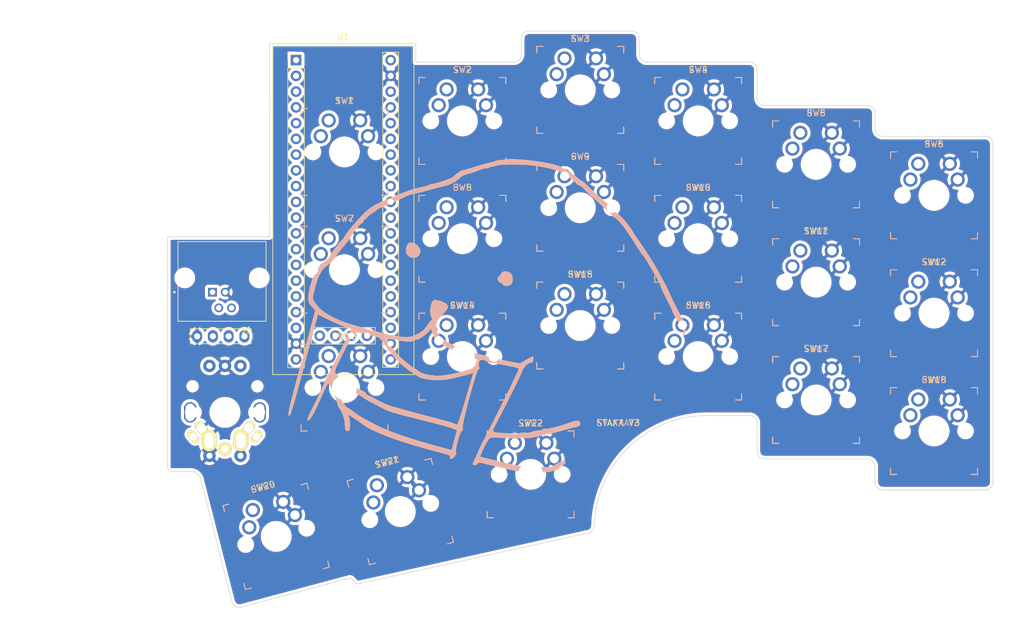
<source format=kicad_pcb>
(kicad_pcb (version 20211014) (generator pcbnew)
  (title_block (title "Staka V2"))
  (layers (0 "F.Cu" power) (31 "B.Cu" jumper) (34 "B.Paste" user) (35 "F.Paste" user) (36 "B.SilkS" user "B.Silkscreen") (37 "F.SilkS" user "F.Silkscreen") (38 "B.Mask" user) (39 "F.Mask" user) (44 "Edge.Cuts" user))
  (net 0 "")
  (net 1 "GND")
  (net 2 "+5V")
  (net 3 "I2C - SCL")
  (net 4 "I2C - SDA")
  (net 7 "TX")
  (net 16 "RX")
  (net 17 "SW1")
  (net 18 "SW2")
  (net 19 "SW3")
  (net 20 "SW4")
  (net 21 "SW5")
  (net 22 "SW6")
  (net 23 "SW7")
  (net 24 "SW8")
  (net 25 "SW9")
  (net 26 "SW10")
  (net 27 "SW11")
  (net 28 "SW12")
  (net 29 "SW13")
  (net 30 "SW14")
  (net 31 "SW15")
  (net 32 "SW16")
  (net 33 "SW17")
  (net 34 "SW18")
  (net 35 "Enc A")
  (net 36 "Enc B")
  (net 37 "SW19")
  (net 38 "SW20")
  (net 39 "SW21")
  (net 40 "SW22")
  (net 46 "RGB PWM")
  (footprint "SSD1306:128x64OLED_Pins" (layer "F.Cu") (at 120.38 84.83)
    (fp_text reference "Brd1" hide)
    (fp_text value "SSD1306" hide)
    (pad "1" thru_hole oval (at -3.62 -10.6 90) (size 2 1.6) (drill 1) (layers *.Cu *.Mask) (net 1 "GND"))
    (pad "2" thru_hole oval (at -1.08 -10.6 90) (size 2 1.6) (drill 1) (layers *.Cu *.Mask) (net 2 "+5V"))
    (pad "3" thru_hole oval (at 1.46 -10.6 90) (size 2 1.6) (drill 1) (layers *.Cu *.Mask) (net 3 "I2C - SCL"))
    (pad "4" thru_hole oval (at 4 -10.6 90) (size 2 1.6) (drill 1) (layers *.Cu *.Mask) (net 4 "I2C - SDA"))
  )
  (footprint "keyswitches:SW_MX_reversible" (layer "F.Cu") (at 140.5 63.5)
    (fp_text reference "SW7" (at 0 -8.255) (layer "F.SilkS"))
    (fp_text value "SW_Push")
    (fp_text user "${REFERENCE}" (at 0 -8.255) (layer "B.SilkS") (effects (justify mirror)))
    (pad "" np_thru_hole circle locked (at -5.08 0) (size 1.7018 1.7018) (drill 1.7018) (layers *.Cu *.Mask))
    (pad "" np_thru_hole circle locked (at 5.08 0) (size 1.7018 1.7018) (drill 1.7018) (layers *.Cu *.Mask))
    (pad "" np_thru_hole circle locked (at 0 0) (size 3.9878 3.9878) (drill 3.9878) (layers *.Cu *.Mask))
    (pad "1" thru_hole circle locked (at -3.81 -2.54) (size 2.286 2.286) (drill 1.4986) (layers *.Cu *.Mask) (net 23 "SW7"))
    (pad "1" thru_hole circle locked (at -2.54 -5.08) (size 2.286 2.286) (drill 1.4986) (layers *.Cu *.Mask) (net 23 "SW7"))
    (pad "2" thru_hole circle locked (at 2.54 -5.08) (size 2.286 2.286) (drill 1.4986) (layers *.Cu *.Mask) (net 1 "GND"))
    (pad "2" thru_hole circle locked (at 3.81 -2.54) (size 2.286 2.286) (drill 1.4986) (layers *.Cu *.Mask) (net 1 "GND"))
  )
  (footprint "keyswitches:SW_MX_reversible" (layer "F.Cu") (at 178.5 72.5)
    (fp_text reference "SW15" (at 0 -8.255) (layer "F.SilkS"))
    (fp_text value "SW_Push")
    (fp_text user "${REFERENCE}" (at 0 -8.255) (layer "B.SilkS") (effects (justify mirror)))
    (pad "" np_thru_hole circle locked (at 0 0) (size 3.9878 3.9878) (drill 3.9878) (layers *.Cu *.Mask))
    (pad "" np_thru_hole circle locked (at -5.08 0) (size 1.7018 1.7018) (drill 1.7018) (layers *.Cu *.Mask))
    (pad "" np_thru_hole circle locked (at 5.08 0) (size 1.7018 1.7018) (drill 1.7018) (layers *.Cu *.Mask))
    (pad "1" thru_hole circle locked (at -2.54 -5.08) (size 2.286 2.286) (drill 1.4986) (layers *.Cu *.Mask) (net 31 "SW15"))
    (pad "1" thru_hole circle locked (at -3.81 -2.54) (size 2.286 2.286) (drill 1.4986) (layers *.Cu *.Mask) (net 31 "SW15"))
    (pad "2" thru_hole circle locked (at 2.54 -5.08) (size 2.286 2.286) (drill 1.4986) (layers *.Cu *.Mask) (net 1 "GND"))
    (pad "2" thru_hole circle locked (at 3.81 -2.54) (size 2.286 2.286) (drill 1.4986) (layers *.Cu *.Mask) (net 1 "GND"))
  )
  (footprint "keyswitches:SW_MX_reversible" (layer "F.Cu") (at 235.5 70.5)
    (fp_text reference "SW12" (at 0 -8.255) (layer "F.SilkS"))
    (fp_text value "SW_Push")
    (fp_text user "${REFERENCE}" (at 0 -8.255) (layer "B.SilkS") (effects (justify mirror)))
    (pad "" np_thru_hole circle locked (at 5.08 0) (size 1.7018 1.7018) (drill 1.7018) (layers *.Cu *.Mask))
    (pad "" np_thru_hole circle locked (at -5.08 0) (size 1.7018 1.7018) (drill 1.7018) (layers *.Cu *.Mask))
    (pad "" np_thru_hole circle locked (at 0 0) (size 3.9878 3.9878) (drill 3.9878) (layers *.Cu *.Mask))
    (pad "1" thru_hole circle locked (at -3.81 -2.54) (size 2.286 2.286) (drill 1.4986) (layers *.Cu *.Mask) (net 28 "SW12"))
    (pad "1" thru_hole circle locked (at -2.54 -5.08) (size 2.286 2.286) (drill 1.4986) (layers *.Cu *.Mask) (net 28 "SW12"))
    (pad "2" thru_hole circle locked (at 3.81 -2.54) (size 2.286 2.286) (drill 1.4986) (layers *.Cu *.Mask) (net 1 "GND"))
    (pad "2" thru_hole circle locked (at 2.54 -5.08) (size 2.286 2.286) (drill 1.4986) (layers *.Cu *.Mask) (net 1 "GND"))
  )
  (footprint "WeAct:CUI_CRJ029-G-TH" (layer "F.Cu") (at 120.77 64.81 180)
    (fp_text reference "J1" (at -3.975 -8.425) (layer "F.SilkS"))
    (fp_text value "CRJ029-G-TH")
    (pad "" np_thru_hole circle locked (at -6 0 180) (size 2.36 2.36) (drill 2.36) (layers *.Cu *.Mask))
    (pad "" np_thru_hole circle locked (at 6 0 180) (size 2.36 2.36) (drill 2.36) (layers *.Cu *.Mask))
    (pad "1" thru_hole rect locked (at 1.53 -2.3 180) (size 1.408 1.408) (drill 0.9) (layers *.Cu *.Mask) (net 7 "TX"))
    (pad "2" thru_hole circle locked (at 0.51 -4.84 180) (size 1.408 1.408) (drill 0.9) (layers *.Cu *.Mask) (net 2 "+5V"))
    (pad "3" thru_hole circle locked (at -0.51 -2.3 180) (size 1.408 1.408) (drill 0.9) (layers *.Cu *.Mask) (net 1 "GND"))
    (pad "4" thru_hole circle locked (at -1.53 -4.84 180) (size 1.408 1.408) (drill 0.9) (layers *.Cu *.Mask) (net 16 "RX"))
  )
  (footprint "keyswitches:SW_MX_reversible" (layer "F.Cu") (at 197.5 58.5)
    (fp_text reference "SW10" (at 0 -8.255) (layer "F.SilkS"))
    (fp_text value "SW_Push")
    (fp_text user "${REFERENCE}" (at 0 -8.255) (layer "B.SilkS") (effects (justify mirror)))
    (pad "" np_thru_hole circle locked (at 5.08 0) (size 1.7018 1.7018) (drill 1.7018) (layers *.Cu *.Mask))
    (pad "" np_thru_hole circle locked (at -5.08 0) (size 1.7018 1.7018) (drill 1.7018) (layers *.Cu *.Mask))
    (pad "" np_thru_hole circle locked (at 0 0) (size 3.9878 3.9878) (drill 3.9878) (layers *.Cu *.Mask))
    (pad "1" thru_hole circle locked (at -2.54 -5.08) (size 2.286 2.286) (drill 1.4986) (layers *.Cu *.Mask) (net 26 "SW10"))
    (pad "1" thru_hole circle locked (at -3.81 -2.54) (size 2.286 2.286) (drill 1.4986) (layers *.Cu *.Mask) (net 26 "SW10"))
    (pad "2" thru_hole circle locked (at 3.81 -2.54) (size 2.286 2.286) (drill 1.4986) (layers *.Cu *.Mask) (net 1 "GND"))
    (pad "2" thru_hole circle locked (at 2.54 -5.08) (size 2.286 2.286) (drill 1.4986) (layers *.Cu *.Mask) (net 1 "GND"))
  )
  (footprint "keyswitches:SW_MX_reversible" (layer "F.Cu") (at 216.5 46.5)
    (fp_text reference "SW5" (at 0 -8.255) (layer "F.SilkS"))
    (fp_text value "SW_Push")
    (fp_text user "${REFERENCE}" (at 0 -8.255) (layer "B.SilkS") (effects (justify mirror)))
    (pad "" np_thru_hole circle locked (at 0 0) (size 3.9878 3.9878) (drill 3.9878) (layers *.Cu *.Mask))
    (pad "" np_thru_hole circle locked (at -5.08 0) (size 1.7018 1.7018) (drill 1.7018) (layers *.Cu *.Mask))
    (pad "" np_thru_hole circle locked (at 5.08 0) (size 1.7018 1.7018) (drill 1.7018) (layers *.Cu *.Mask))
    (pad "1" thru_hole circle locked (at -3.81 -2.54) (size 2.286 2.286) (drill 1.4986) (layers *.Cu *.Mask) (net 21 "SW5"))
    (pad "1" thru_hole circle locked (at -2.54 -5.08) (size 2.286 2.286) (drill 1.4986) (layers *.Cu *.Mask) (net 21 "SW5"))
    (pad "2" thru_hole circle locked (at 3.81 -2.54) (size 2.286 2.286) (drill 1.4986) (layers *.Cu *.Mask) (net 1 "GND"))
    (pad "2" thru_hole circle locked (at 2.54 -5.08) (size 2.286 2.286) (drill 1.4986) (layers *.Cu *.Mask) (net 1 "GND"))
  )
  (footprint "keyswitches:SW_MX_reversible" (layer "F.Cu") (at 216.5 84.5)
    (fp_text reference "SW17" (at 0 -8.255) (layer "F.SilkS"))
    (fp_text value "SW_Push")
    (fp_text user "${REFERENCE}" (at 0 -8.255) (layer "B.SilkS") (effects (justify mirror)))
    (pad "" np_thru_hole circle locked (at 0 0) (size 3.9878 3.9878) (drill 3.9878) (layers *.Cu *.Mask))
    (pad "" np_thru_hole circle locked (at 5.08 0) (size 1.7018 1.7018) (drill 1.7018) (layers *.Cu *.Mask))
    (pad "" np_thru_hole circle locked (at -5.08 0) (size 1.7018 1.7018) (drill 1.7018) (layers *.Cu *.Mask))
    (pad "1" thru_hole circle locked (at -2.54 -5.08) (size 2.286 2.286) (drill 1.4986) (layers *.Cu *.Mask) (net 33 "SW17"))
    (pad "1" thru_hole circle locked (at -3.81 -2.54) (size 2.286 2.286) (drill 1.4986) (layers *.Cu *.Mask) (net 33 "SW17"))
    (pad "2" thru_hole circle locked (at 2.54 -5.08) (size 2.286 2.286) (drill 1.4986) (layers *.Cu *.Mask) (net 1 "GND"))
    (pad "2" thru_hole circle locked (at 3.81 -2.54) (size 2.286 2.286) (drill 1.4986) (layers *.Cu *.Mask) (net 1 "GND"))
  )
  (footprint "keyswitches:SW_MX_reversible" (layer "F.Cu") (at 140.5 44.5)
    (fp_text reference "SW1" (at 0 -8.255) (layer "F.SilkS"))
    (fp_text value "SW_Push")
    (fp_text user "${REFERENCE}" (at 0 -8.255) (layer "B.SilkS") (effects (justify mirror)))
    (pad "" np_thru_hole circle locked (at 5.08 0) (size 1.7018 1.7018) (drill 1.7018) (layers *.Cu *.Mask))
    (pad "" np_thru_hole circle locked (at -5.08 0) (size 1.7018 1.7018) (drill 1.7018) (layers *.Cu *.Mask))
    (pad "" np_thru_hole circle locked (at 0 0) (size 3.9878 3.9878) (drill 3.9878) (layers *.Cu *.Mask))
    (pad "1" thru_hole circle locked (at -3.81 -2.54) (size 2.286 2.286) (drill 1.4986) (layers *.Cu *.Mask) (net 17 "SW1"))
    (pad "1" thru_hole circle locked (at -2.54 -5.08) (size 2.286 2.286) (drill 1.4986) (layers *.Cu *.Mask) (net 17 "SW1"))
    (pad "2" thru_hole circle locked (at 3.81 -2.54) (size 2.286 2.286) (drill 1.4986) (layers *.Cu *.Mask) (net 1 "GND"))
    (pad "2" thru_hole circle locked (at 2.54 -5.08) (size 2.286 2.286) (drill 1.4986) (layers *.Cu *.Mask) (net 1 "GND"))
  )
  (footprint "keyswitches:SW_MX_reversible" (layer "F.Cu") (at 235.5 51.5)
    (fp_text reference "SW6" (at 0 -8.255) (layer "F.SilkS"))
    (fp_text value "SW_Push")
    (fp_text user "${REFERENCE}" (at 0 -8.255) (layer "B.SilkS") (effects (justify mirror)))
    (pad "" np_thru_hole circle locked (at -5.08 0) (size 1.7018 1.7018) (drill 1.7018) (layers *.Cu *.Mask))
    (pad "" np_thru_hole circle locked (at 0 0) (size 3.9878 3.9878) (drill 3.9878) (layers *.Cu *.Mask))
    (pad "" np_thru_hole circle locked (at 5.08 0) (size 1.7018 1.7018) (drill 1.7018) (layers *.Cu *.Mask))
    (pad "1" thru_hole circle locked (at -2.54 -5.08) (size 2.286 2.286) (drill 1.4986) (layers *.Cu *.Mask) (net 22 "SW6"))
    (pad "1" thru_hole circle locked (at -3.81 -2.54) (size 2.286 2.286) (drill 1.4986) (layers *.Cu *.Mask) (net 22 "SW6"))
    (pad "2" thru_hole circle locked (at 2.54 -5.08) (size 2.286 2.286) (drill 1.4986) (layers *.Cu *.Mask) (net 1 "GND"))
    (pad "2" thru_hole circle locked (at 3.81 -2.54) (size 2.286 2.286) (drill 1.4986) (layers *.Cu *.Mask) (net 1 "GND"))
  )
  (footprint "PacificSound:MX_ALPS_PG1350_Rotary" (layer "F.Cu") (at 121.25 86.5)
    (fp_text reference "SW19" hide)
    (fp_text value "Rotary_Encoder_Switch" hide)
    (pad "" np_thru_hole circle locked (at 0 0 270) (size 4 4) (drill 4) (layers *.Cu *.Mask "F.SilkS"))
    (pad "" np_thru_hole oval locked (at -5.6 0 90) (size 3.3 2) (drill oval 2.8 1.5) (layers *.Cu *.Mask))
    (pad "" np_thru_hole circle locked (at 5.08 0 180) (size 1.7 1.7) (drill 1.7) (layers *.Cu *.Mask "F.SilkS"))
    (pad "" np_thru_hole circle locked (at -5.5 0 270) (size 1.9 1.9) (drill 1.9) (layers *.Cu *.Mask "F.SilkS"))
    (pad "" np_thru_hole circle locked (at 5.5 0 270) (size 1.9 1.9) (drill 1.9) (layers *.Cu *.Mask "F.SilkS"))
    (pad "" np_thru_hole circle locked (at -5.22 -4.2 180) (size 1 1) (drill 1) (layers *.Cu *.Mask "F.SilkS"))
    (pad "" np_thru_hole oval locked (at 5.6 0 90) (size 3.3 2) (drill oval 2.8 1.5) (layers *.Cu *.Mask))
    (pad "" np_thru_hole circle locked (at 5.22 -4.2 180) (size 1 1) (drill 1) (layers *.Cu *.Mask "F.SilkS"))
    (pad "" np_thru_hole circle locked (at -5.08 0 180) (size 1.7 1.7) (drill 1.7) (layers *.Cu *.Mask "F.SilkS"))
    (pad "A" thru_hole circle locked (at 2.5 -7.5 180) (size 2 2) (drill 1) (layers *.Cu *.Mask) (net 35 "Enc A"))
    (pad "B" thru_hole circle locked (at -2.5 -7.5 180) (size 2 2) (drill 1) (layers *.Cu *.Mask) (net 36 "Enc B"))
    (pad "C" thru_hole circle locked (at 0 -7.5 180) (size 2 2) (drill 1) (layers *.Cu *.Mask) (net 1 "GND"))
    (pad "S1" thru_hole circle locked (at 2.54 5.08 180) (size 2.4 2.4) (drill 1.5) (layers *.Cu *.Mask "F.SilkS") (net 37 "SW19"))
    (pad "S1" thru_hole circle locked (at 2.54 4 180) (size 2.4 2.4) (drill 1.5) (layers *.Cu *.Mask "F.SilkS") (net 37 "SW19"))
    (pad "S1" thru_hole oval locked (at 3.81 2.54 230) (size 2.4 1.55) (drill 1.5) (layers *.Cu *.Mask "F.SilkS") (net 37 "SW19"))
    (pad "S1" thru_hole circle locked (at 2.5 7 180) (size 2 2) (drill 1) (layers *.Cu *.Mask) (net 37 "SW19"))
    (pad "S1" thru_hole oval locked (at -5.1 3.9 130) (size 2.2 1.25) (drill 1.2) (layers *.Cu *.Mask "F.SilkS") (net 37 "SW19"))
    (pad "S1" thru_hole circle locked (at 2.54 4.5 180) (size 2.4 2.4) (drill 1.5) (layers *.Cu *.Mask "F.SilkS") (net 37 "SW19"))
    (pad "S1" thru_hole oval locked (at 5.1 3.9 230) (size 2.2 1.25) (drill 1.2) (layers *.Cu *.Mask "F.SilkS") (net 37 "SW19"))
    (pad "S2" thru_hole circle locked (at -2.54 4 180) (size 2.4 2.4) (drill 1.5) (layers *.Cu *.Mask "F.SilkS") (net 1 "GND"))
    (pad "S2" thru_hole oval locked (at -3.81 2.54 130) (size 2.4 1.55) (drill 1.5) (layers *.Cu *.Mask "F.SilkS") (net 1 "GND"))
    (pad "S2" thru_hole circle locked (at -2.54 4.5 180) (size 2.4 2.4) (drill 1.5) (layers *.Cu *.Mask "F.SilkS") (net 1 "GND"))
    (pad "S2" thru_hole circle locked (at -2.54 5.08 180) (size 2.4 2.4) (drill 1.5) (layers *.Cu *.Mask "F.SilkS") (net 1 "GND"))
    (pad "S2" thru_hole circle locked (at 0 5.9 270) (size 2.2 2.2) (drill 1.2) (layers *.Cu *.Mask "F.SilkS") (net 1 "GND"))
    (pad "S2" thru_hole circle locked (at -2.5 7 180) (size 2 2) (drill 1) (layers *.Cu *.Mask) (net 1 "GND"))
  )
  (footprint "keyswitches:SW_MX_reversible" (layer "F.Cu") (at 178.5 34.5)
    (fp_text reference "SW3" (at 0 -8.255) (layer "F.SilkS"))
    (fp_text value "SW_Push")
    (fp_text user "${REFERENCE}" (at 0 -8.255) (layer "B.SilkS") (effects (justify mirror)))
    (pad "" np_thru_hole circle locked (at 0 0) (size 3.9878 3.9878) (drill 3.9878) (layers *.Cu *.Mask))
    (pad "" np_thru_hole circle locked (at 5.08 0) (size 1.7018 1.7018) (drill 1.7018) (layers *.Cu *.Mask))
    (pad "" np_thru_hole circle locked (at -5.08 0) (size 1.7018 1.7018) (drill 1.7018) (layers *.Cu *.Mask))
    (pad "1" thru_hole circle locked (at -2.54 -5.08) (size 2.286 2.286) (drill 1.4986) (layers *.Cu *.Mask) (net 19 "SW3"))
    (pad "1" thru_hole circle locked (at -3.81 -2.54) (size 2.286 2.286) (drill 1.4986) (layers *.Cu *.Mask) (net 19 "SW3"))
    (pad "2" thru_hole circle locked (at 3.81 -2.54) (size 2.286 2.286) (drill 1.4986) (layers *.Cu *.Mask) (net 1 "GND"))
    (pad "2" thru_hole circle locked (at 2.54 -5.08) (size 2.286 2.286) (drill 1.4986) (layers *.Cu *.Mask) (net 1 "GND"))
  )
  (footprint "WeAct:YAAJ_WeAct_BlackPill_SWD_2" (layer "F.Cu") (at 132.705 29.695)
    (fp_text reference "U1" (at 7.62 -3.81) (layer "F.SilkS"))
    (fp_text value "YAAJ_WeAct_BlackPill_Part_Like_SWD_Breakout" hide)
    (pad "1" thru_hole rect locked (at 0 0) (size 1.7 1.7) (drill 1) (layers *.Cu *.Mask))
    (pad "2" thru_hole circle locked (at 0 2.54) (size 1.7 1.7) (drill 1) (layers *.Cu *.Mask))
    (pad "3" thru_hole circle locked (at 0 5.08) (size 1.7 1.7) (drill 1) (layers *.Cu *.Mask))
    (pad "4" thru_hole circle locked (at 0 7.62) (size 1.7 1.7) (drill 1) (layers *.Cu *.Mask))
    (pad "5" thru_hole circle locked (at 0 10.16) (size 1.7 1.7) (drill 1) (layers *.Cu *.Mask))
    (pad "6" thru_hole circle locked (at 0 12.7) (size 1.7 1.7) (drill 1) (layers *.Cu *.Mask) (net 46 "RGB PWM"))
    (pad "7" thru_hole circle locked (at 0 15.24) (size 1.7 1.7) (drill 1) (layers *.Cu *.Mask))
    (pad "8" thru_hole circle locked (at 0 17.78) (size 1.7 1.7) (drill 1) (layers *.Cu *.Mask))
    (pad "9" thru_hole circle locked (at 0 20.32) (size 1.7 1.7) (drill 1) (layers *.Cu *.Mask))
    (pad "10" thru_hole circle locked (at 0 22.86) (size 1.7 1.7) (drill 1) (layers *.Cu *.Mask))
    (pad "11" thru_hole circle locked (at 0 25.4) (size 1.7 1.7) (drill 1) (layers *.Cu *.Mask))
    (pad "12" thru_hole circle locked (at 0 27.94) (size 1.7 1.7) (drill 1) (layers *.Cu *.Mask))
    (pad "13" thru_hole circle locked (at 0 30.48) (size 1.7 1.7) (drill 1) (layers *.Cu *.Mask))
    (pad "14" thru_hole circle locked (at 0 33.02) (size 1.7 1.7) (drill 1) (layers *.Cu *.Mask) (net 3 "I2C - SCL"))
    (pad "15" thru_hole circle locked (at 0 35.56) (size 1.7 1.7) (drill 1) (layers *.Cu *.Mask) (net 4 "I2C - SDA"))
    (pad "16" thru_hole circle locked (at 0 38.1) (size 1.7 1.7) (drill 1) (layers *.Cu *.Mask))
    (pad "17" thru_hole circle locked (at 0 40.64) (size 1.7 1.7) (drill 1) (layers *.Cu *.Mask))
    (pad "18" thru_hole circle locked (at 0 43.18) (size 1.7 1.7) (drill 1) (layers *.Cu *.Mask))
    (pad "19" thru_hole circle locked (at 0 45.72) (size 1.7 1.7) (drill 1) (layers *.Cu *.Mask) (net 1 "GND"))
    (pad "20" thru_hole circle locked (at 0 48.26) (size 1.7 1.7) (drill 1) (layers *.Cu *.Mask))
    (pad "21" thru_hole circle locked (at 15.24 48.26) (size 1.7 1.7) (drill 1) (layers *.Cu *.Mask))
    (pad "22" thru_hole circle locked (at 15.24 45.72) (size 1.7 1.7) (drill 1) (layers *.Cu *.Mask))
    (pad "23" thru_hole circle locked (at 15.24 43.18) (size 1.7 1.7) (drill 1) (layers *.Cu *.Mask))
    (pad "24" thru_hole circle locked (at 15.24 40.64) (size 1.7 1.7) (drill 1) (layers *.Cu *.Mask))
    (pad "25" thru_hole circle locked (at 15.24 38.1) (size 1.7 1.7) (drill 1) (layers *.Cu *.Mask))
    (pad "26" thru_hole circle locked (at 15.24 35.56) (size 1.7 1.7) (drill 1) (layers *.Cu *.Mask))
    (pad "27" thru_hole circle locked (at 15.24 33.02) (size 1.7 1.7) (drill 1) (layers *.Cu *.Mask) (net 7 "TX"))
    (pad "28" thru_hole circle locked (at 15.24 30.48) (size 1.7 1.7) (drill 1) (layers *.Cu *.Mask) (net 16 "RX"))
    (pad "29" thru_hole circle locked (at 15.24 27.94) (size 1.7 1.7) (drill 1) (layers *.Cu *.Mask))
    (pad "30" thru_hole circle locked (at 15.24 25.4) (size 1.7 1.7) (drill 1) (layers *.Cu *.Mask))
    (pad "31" thru_hole circle locked (at 15.24 22.86) (size 1.7 1.7) (drill 1) (layers *.Cu *.Mask))
    (pad "32" thru_hole circle locked (at 15.24 20.32) (size 1.7 1.7) (drill 1) (layers *.Cu *.Mask))
    (pad "33" thru_hole circle locked (at 15.24 17.78) (size 1.7 1.7) (drill 1) (layers *.Cu *.Mask))
    (pad "34" thru_hole circle locked (at 15.24 15.24) (size 1.7 1.7) (drill 1) (layers *.Cu *.Mask))
    (pad "35" thru_hole circle locked (at 15.24 12.7) (size 1.7 1.7) (drill 1) (layers *.Cu *.Mask))
    (pad "36" thru_hole circle locked (at 15.24 10.16) (size 1.7 1.7) (drill 1) (layers *.Cu *.Mask))
    (pad "37" thru_hole circle locked (at 15.24 7.62) (size 1.7 1.7) (drill 1) (layers *.Cu *.Mask))
    (pad "38" thru_hole circle locked (at 15.24 5.08) (size 1.7 1.7) (drill 1) (layers *.Cu *.Mask))
    (pad "39" thru_hole circle locked (at 15.24 2.54) (size 1.7 1.7) (drill 1) (layers *.Cu *.Mask) (net 1 "GND"))
    (pad "40" thru_hole circle locked (at 15.24 0) (size 1.7 1.7) (drill 1) (layers *.Cu *.Mask) (net 2 "+5V"))
    (pad "41" thru_hole circle locked (at 11.432 44.449) (size 1.7 1.7) (drill 1) (layers *.Cu *.Mask))
    (pad "42" thru_hole circle locked (at 8.892 44.449) (size 1.7 1.7) (drill 1) (layers *.Cu *.Mask) (net 36 "Enc B"))
    (pad "43" thru_hole circle locked (at 6.352 44.449) (size 1.7 1.7) (drill 1) (layers *.Cu *.Mask) (net 35 "Enc A"))
    (pad "44" thru_hole circle locked (at 3.812 44.449) (size 1.7 1.7) (drill 1) (layers *.Cu *.Mask))
  )
  (footprint "keyswitches:SW_MX_reversible" (layer "F.Cu") (at 197.5 39.5)
    (fp_text reference "SW4" (at 0 -8.255) (layer "F.SilkS"))
    (fp_text value "SW_Push")
    (fp_text user "${REFERENCE}" (at 0 -8.255) (layer "B.SilkS") (effects (justify mirror)))
    (pad "" np_thru_hole circle locked (at 0 0) (size 3.9878 3.9878) (drill 3.9878) (layers *.Cu *.Mask))
    (pad "" np_thru_hole circle locked (at -5.08 0) (size 1.7018 1.7018) (drill 1.7018) (layers *.Cu *.Mask))
    (pad "" np_thru_hole circle locked (at 5.08 0) (size 1.7018 1.7018) (drill 1.7018) (layers *.Cu *.Mask))
    (pad "1" thru_hole circle locked (at -3.81 -2.54) (size 2.286 2.286) (drill 1.4986) (layers *.Cu *.Mask) (net 20 "SW4"))
    (pad "1" thru_hole circle locked (at -2.54 -5.08) (size 2.286 2.286) (drill 1.4986) (layers *.Cu *.Mask) (net 20 "SW4"))
    (pad "2" thru_hole circle locked (at 2.54 -5.08) (size 2.286 2.286) (drill 1.4986) (layers *.Cu *.Mask) (net 1 "GND"))
    (pad "2" thru_hole circle locked (at 3.81 -2.54) (size 2.286 2.286) (drill 1.4986) (layers *.Cu *.Mask) (net 1 "GND"))
  )
  (footprint "keyswitches:SW_MX_reversible" (layer "F.Cu") (at 159.5 58.5)
    (fp_text reference "SW8" (at 0 -8.255) (layer "F.SilkS"))
    (fp_text value "SW_Push")
    (fp_text user "${REFERENCE}" (at 0 -8.255) (layer "B.SilkS") (effects (justify mirror)))
    (pad "" np_thru_hole circle locked (at 0 0) (size 3.9878 3.9878) (drill 3.9878) (layers *.Cu *.Mask))
    (pad "" np_thru_hole circle locked (at 5.08 0) (size 1.7018 1.7018) (drill 1.7018) (layers *.Cu *.Mask))
    (pad "" np_thru_hole circle locked (at -5.08 0) (size 1.7018 1.7018) (drill 1.7018) (layers *.Cu *.Mask))
    (pad "1" thru_hole circle locked (at -2.54 -5.08) (size 2.286 2.286) (drill 1.4986) (layers *.Cu *.Mask) (net 24 "SW8"))
    (pad "1" thru_hole circle locked (at -3.81 -2.54) (size 2.286 2.286) (drill 1.4986) (layers *.Cu *.Mask) (net 24 "SW8"))
    (pad "2" thru_hole circle locked (at 2.54 -5.08) (size 2.286 2.286) (drill 1.4986) (layers *.Cu *.Mask) (net 1 "GND"))
    (pad "2" thru_hole circle locked (at 3.81 -2.54) (size 2.286 2.286) (drill 1.4986) (layers *.Cu *.Mask) (net 1 "GND"))
  )
  (footprint "keyswitches:SW_MX_reversible" (layer "F.Cu") (at 178.5 53.5)
    (fp_text reference "SW9" (at 0 -8.255) (layer "F.SilkS"))
    (fp_text value "SW_Push")
    (fp_text user "${REFERENCE}" (at 0 -8.255) (layer "B.SilkS") (effects (justify mirror)))
    (pad "" np_thru_hole circle locked (at 5.08 0) (size 1.7018 1.7018) (drill 1.7018) (layers *.Cu *.Mask))
    (pad "" np_thru_hole circle locked (at 0 0) (size 3.9878 3.9878) (drill 3.9878) (layers *.Cu *.Mask))
    (pad "" np_thru_hole circle locked (at -5.08 0) (size 1.7018 1.7018) (drill 1.7018) (layers *.Cu *.Mask))
    (pad "1" thru_hole circle locked (at -3.81 -2.54) (size 2.286 2.286) (drill 1.4986) (layers *.Cu *.Mask) (net 25 "SW9"))
    (pad "1" thru_hole circle locked (at -2.54 -5.08) (size 2.286 2.286) (drill 1.4986) (layers *.Cu *.Mask) (net 25 "SW9"))
    (pad "2" thru_hole circle locked (at 2.54 -5.08) (size 2.286 2.286) (drill 1.4986) (layers *.Cu *.Mask) (net 1 "GND"))
    (pad "2" thru_hole circle locked (at 3.81 -2.54) (size 2.286 2.286) (drill 1.4986) (layers *.Cu *.Mask) (net 1 "GND"))
  )
  (footprint "keyswitches:SW_MX_reversible" (layer "F.Cu") (at 159.5 77.5)
    (fp_text reference "SW14" (at 0 -8.255) (layer "F.SilkS"))
    (fp_text value "SW_Push")
    (fp_text user "${REFERENCE}" (at 0 -8.255) (layer "B.SilkS") (effects (justify mirror)))
    (pad "" np_thru_hole circle locked (at 0 0) (size 3.9878 3.9878) (drill 3.9878) (layers *.Cu *.Mask))
    (pad "" np_thru_hole circle locked (at -5.08 0) (size 1.7018 1.7018) (drill 1.7018) (layers *.Cu *.Mask))
    (pad "" np_thru_hole circle locked (at 5.08 0) (size 1.7018 1.7018) (drill 1.7018) (layers *.Cu *.Mask))
    (pad "1" thru_hole circle locked (at -3.81 -2.54) (size 2.286 2.286) (drill 1.4986) (layers *.Cu *.Mask) (net 30 "SW14"))
    (pad "1" thru_hole circle locked (at -2.54 -5.08) (size 2.286 2.286) (drill 1.4986) (layers *.Cu *.Mask) (net 30 "SW14"))
    (pad "2" thru_hole circle locked (at 3.81 -2.54) (size 2.286 2.286) (drill 1.4986) (layers *.Cu *.Mask) (net 1 "GND"))
    (pad "2" thru_hole circle locked (at 2.54 -5.08) (size 2.286 2.286) (drill 1.4986) (layers *.Cu *.Mask) (net 1 "GND"))
  )
  (footprint "keyswitches:SW_MX_reversible" (layer "F.Cu") (at 159.5 39.5)
    (fp_text reference "SW2" (at 0 -8.255) (layer "F.SilkS"))
    (fp_text value "SW_Push")
    (fp_text user "${REFERENCE}" (at 0 -8.255) (layer "B.SilkS") (effects (justify mirror)))
    (pad "" np_thru_hole circle locked (at -5.08 0) (size 1.7018 1.7018) (drill 1.7018) (layers *.Cu *.Mask))
    (pad "" np_thru_hole circle locked (at 5.08 0) (size 1.7018 1.7018) (drill 1.7018) (layers *.Cu *.Mask))
    (pad "" np_thru_hole circle locked (at 0 0) (size 3.9878 3.9878) (drill 3.9878) (layers *.Cu *.Mask))
    (pad "1" thru_hole circle locked (at -3.81 -2.54) (size 2.286 2.286) (drill 1.4986) (layers *.Cu *.Mask) (net 18 "SW2"))
    (pad "1" thru_hole circle locked (at -2.54 -5.08) (size 2.286 2.286) (drill 1.4986) (layers *.Cu *.Mask) (net 18 "SW2"))
    (pad "2" thru_hole circle locked (at 2.54 -5.08) (size 2.286 2.286) (drill 1.4986) (layers *.Cu *.Mask) (net 1 "GND"))
    (pad "2" thru_hole circle locked (at 3.81 -2.54) (size 2.286 2.286) (drill 1.4986) (layers *.Cu *.Mask) (net 1 "GND"))
  )
  (footprint "keyswitches:SW_MX_reversible" (layer "F.Cu") (at 149.5 102.5 15)
    (fp_text reference "SW21" (at 0 -8.255 15) (layer "F.SilkS"))
    (fp_text value "SW_Push")
    (fp_text user "${REFERENCE}" (at 0 -8.255 15) (layer "B.SilkS") (effects (justify mirror)))
    (pad "" np_thru_hole circle locked (at 0 0 15) (size 3.9878 3.9878) (drill 3.9878) (layers *.Cu *.Mask))
    (pad "" np_thru_hole circle locked (at -5.08 0 15) (size 1.7018 1.7018) (drill 1.7018) (layers *.Cu *.Mask))
    (pad "" np_thru_hole circle locked (at 5.08 0 15) (size 1.7018 1.7018) (drill 1.7018) (layers *.Cu *.Mask))
    (pad "1" thru_hole circle locked (at -3.81 -2.54 15) (size 2.286 2.286) (drill 1.4986) (layers *.Cu *.Mask) (net 39 "SW21"))
    (pad "1" thru_hole circle locked (at -2.54 -5.08 15) (size 2.286 2.286) (drill 1.4986) (layers *.Cu *.Mask) (net 39 "SW21"))
    (pad "2" thru_hole circle locked (at 3.81 -2.54 15) (size 2.286 2.286) (drill 1.4986) (layers *.Cu *.Mask) (net 1 "GND"))
    (pad "2" thru_hole circle locked (at 2.54 -5.08 15) (size 2.286 2.286) (drill 1.4986) (layers *.Cu *.Mask) (net 1 "GND"))
  )
  (footprint "keyswitches:SW_MX_reversible" (layer "F.Cu") (at 129.5 106.5 15)
    (fp_text reference "SW20" (at 0 -8.255 15) (layer "F.SilkS"))
    (fp_text value "SW_Push")
    (fp_text user "${REFERENCE}" (at 0 -8.255 15) (layer "B.SilkS") (effects (justify mirror)))
    (pad "" np_thru_hole circle locked (at -5.08 0 15) (size 1.7018 1.7018) (drill 1.7018) (layers *.Cu *.Mask))
    (pad "" np_thru_hole circle locked (at 5.08 0 15) (size 1.7018 1.7018) (drill 1.7018) (layers *.Cu *.Mask))
    (pad "" np_thru_hole circle locked (at 0 0 15) (size 3.9878 3.9878) (drill 3.9878) (layers *.Cu *.Mask))
    (pad "1" thru_hole circle locked (at -2.54 -5.08 15) (size 2.286 2.286) (drill 1.4986) (layers *.Cu *.Mask) (net 38 "SW20"))
    (pad "1" thru_hole circle locked (at -3.81 -2.54 15) (size 2.286 2.286) (drill 1.4986) (layers *.Cu *.Mask) (net 38 "SW20"))
    (pad "2" thru_hole circle locked (at 3.81 -2.54 15) (size 2.286 2.286) (drill 1.4986) (layers *.Cu *.Mask) (net 1 "GND"))
    (pad "2" thru_hole circle locked (at 2.54 -5.08 15) (size 2.286 2.286) (drill 1.4986) (layers *.Cu *.Mask) (net 1 "GND"))
  )
  (footprint "keyswitches:SW_MX_reversible" (layer "F.Cu") (at 235.5 89.5)
    (fp_text reference "SW18" (at 0 -8.255) (layer "F.SilkS"))
    (fp_text value "SW_Push")
    (fp_text user "${REFERENCE}" (at 0 -8.255) (layer "B.SilkS") (effects (justify mirror)))
    (pad "" np_thru_hole circle locked (at -5.08 0) (size 1.7018 1.7018) (drill 1.7018) (layers *.Cu *.Mask))
    (pad "" np_thru_hole circle locked (at 5.08 0) (size 1.7018 1.7018) (drill 1.7018) (layers *.Cu *.Mask))
    (pad "" np_thru_hole circle locked (at 0 0) (size 3.9878 3.9878) (drill 3.9878) (layers *.Cu *.Mask))
    (pad "1" thru_hole circle locked (at -3.81 -2.54) (size 2.286 2.286) (drill 1.4986) (layers *.Cu *.Mask) (net 34 "SW18"))
    (pad "1" thru_hole circle locked (at -2.54 -5.08) (size 2.286 2.286) (drill 1.4986) (layers *.Cu *.Mask) (net 34 "SW18"))
    (pad "2" thru_hole circle locked (at 3.81 -2.54) (size 2.286 2.286) (drill 1.4986) (layers *.Cu *.Mask) (net 1 "GND"))
    (pad "2" thru_hole circle locked (at 2.54 -5.08) (size 2.286 2.286) (drill 1.4986) (layers *.Cu *.Mask) (net 1 "GND"))
  )
  (footprint "keyswitches:SW_MX_reversible" (layer "F.Cu") (at 140.5 82.5)
    (fp_text reference "SW13" (at 0 -8.255) (layer "F.SilkS"))
    (fp_text value "SW_Push")
    (fp_text user "${REFERENCE}" (at 0 -8.255) (layer "B.SilkS") (effects (justify mirror)))
    (pad "" np_thru_hole circle locked (at -5.08 0) (size 1.7018 1.7018) (drill 1.7018) (layers *.Cu *.Mask))
    (pad "" np_thru_hole circle locked (at 5.08 0) (size 1.7018 1.7018) (drill 1.7018) (layers *.Cu *.Mask))
    (pad "" np_thru_hole circle locked (at 0 0) (size 3.9878 3.9878) (drill 3.9878) (layers *.Cu *.Mask))
    (pad "1" thru_hole circle locked (at -2.54 -5.08) (size 2.286 2.286) (drill 1.4986) (layers *.Cu *.Mask) (net 29 "SW13"))
    (pad "1" thru_hole circle locked (at -3.81 -2.54) (size 2.286 2.286) (drill 1.4986) (layers *.Cu *.Mask) (net 29 "SW13"))
    (pad "2" thru_hole circle locked (at 2.54 -5.08) (size 2.286 2.286) (drill 1.4986) (layers *.Cu *.Mask) (net 1 "GND"))
    (pad "2" thru_hole circle locked (at 3.81 -2.54) (size 2.286 2.286) (drill 1.4986) (layers *.Cu *.Mask) (net 1 "GND"))
  )
  (footprint "keyswitches:SW_MX_reversible" (layer "F.Cu") (at 197.5 77.5)
    (fp_text reference "SW16" (at 0 -8.255) (layer "F.SilkS"))
    (fp_text value "SW_Push")
    (fp_text user "${REFERENCE}" (at 0 -8.255) (layer "B.SilkS") (effects (justify mirror)))
    (pad "" np_thru_hole circle locked (at 5.08 0) (size 1.7018 1.7018) (drill 1.7018) (layers *.Cu *.Mask))
    (pad "" np_thru_hole circle locked (at -5.08 0) (size 1.7018 1.7018) (drill 1.7018) (layers *.Cu *.Mask))
    (pad "" np_thru_hole circle locked (at 0 0) (size 3.9878 3.9878) (drill 3.9878) (layers *.Cu *.Mask))
    (pad "1" thru_hole circle locked (at -3.81 -2.54) (size 2.286 2.286) (drill 1.4986) (layers *.Cu *.Mask) (net 32 "SW16"))
    (pad "1" thru_hole circle locked (at -2.54 -5.08) (size 2.286 2.286) (drill 1.4986) (layers *.Cu *.Mask) (net 32 "SW16"))
    (pad "2" thru_hole circle locked (at 3.81 -2.54) (size 2.286 2.286) (drill 1.4986) (layers *.Cu *.Mask) (net 1 "GND"))
    (pad "2" thru_hole circle locked (at 2.54 -5.08) (size 2.286 2.286) (drill 1.4986) (layers *.Cu *.Mask) (net 1 "GND"))
  )
  (footprint "keyswitches:SW_MX_reversible" (layer "F.Cu") (at 216.5 65.5)
    (fp_text reference "SW11" (at 0 -8.255) (layer "F.SilkS"))
    (fp_text value "SW_Push")
    (fp_text user "${REFERENCE}" (at 0 -8.255) (layer "B.SilkS") (effects (justify mirror)))
    (pad "" np_thru_hole circle locked (at 0 0) (size 3.9878 3.9878) (drill 3.9878) (layers *.Cu *.Mask))
    (pad "" np_thru_hole circle locked (at -5.08 0) (size 1.7018 1.7018) (drill 1.7018) (layers *.Cu *.Mask))
    (pad "" np_thru_hole circle locked (at 5.08 0) (size 1.7018 1.7018) (drill 1.7018) (layers *.Cu *.Mask))
    (pad "1" thru_hole circle locked (at -2.54 -5.08) (size 2.286 2.286) (drill 1.4986) (layers *.Cu *.Mask) (net 27 "SW11"))
    (pad "1" thru_hole circle locked (at -3.81 -2.54) (size 2.286 2.286) (drill 1.4986) (layers *.Cu *.Mask) (net 27 "SW11"))
    (pad "2" thru_hole circle locked (at 2.54 -5.08) (size 2.286 2.286) (drill 1.4986) (layers *.Cu *.Mask) (net 1 "GND"))
    (pad "2" thru_hole circle locked (at 3.81 -2.54) (size 2.286 2.286) (drill 1.4986) (layers *.Cu *.Mask) (net 1 "GND"))
  )
  (footprint "keyswitches:SW_MX_reversible" (layer "F.Cu") (at 170.5 96.5)
    (fp_text reference "SW22" (at 0 -8.255) (layer "F.SilkS"))
    (fp_text value "SW_Push")
    (fp_text user "${REFERENCE}" (at 0 -8.255) (layer "B.SilkS") (effects (justify mirror)))
    (pad "" np_thru_hole circle locked (at 5.08 0) (size 1.7018 1.7018) (drill 1.7018) (layers *.Cu *.Mask))
    (pad "" np_thru_hole circle locked (at 0 0) (size 3.9878 3.9878) (drill 3.9878) (layers *.Cu *.Mask))
    (pad "" np_thru_hole circle locked (at -5.08 0) (size 1.7018 1.7018) (drill 1.7018) (layers *.Cu *.Mask))
    (pad "1" thru_hole circle locked (at -3.81 -2.54) (size 2.286 2.286) (drill 1.4986) (layers *.Cu *.Mask) (net 40 "SW22"))
    (pad "1" thru_hole circle locked (at -2.54 -5.08) (size 2.286 2.286) (drill 1.4986) (layers *.Cu *.Mask) (net 40 "SW22"))
    (pad "2" thru_hole circle locked (at 2.54 -5.08) (size 2.286 2.286) (drill 1.4986) (layers *.Cu *.Mask) (net 1 "GND"))
    (pad "2" thru_hole circle locked (at 3.81 -2.54) (size 2.286 2.286) (drill 1.4986) (layers *.Cu *.Mask) (net 1 "GND"))
  )
  (footprint "silk:walurs2-flip" (layer "B.Cu") (at 162.3346 61.066553 165)
    (fp_text reference "G***" hide)
    (fp_text value "LOGO" hide)
  )
  (footprint "silk:walurs2" (layer "B.Cu") (at 162.3346 61.066553 165)
    (fp_text reference "G***" hide)
    (fp_text value "LOGO" hide)
  )
  (gr_line (start 122.369068 117.016118) (end 117.4 97.5) (layer "Edge.Cuts") (width 0.1))
  (gr_line (start 207.000005 92.749999) (end 207 88.25) (layer "Edge.Cuts") (width 0.1))
  (gr_arc (start 208.250002 37) (mid 207.366118 36.633884) (end 207 35.75) (layer "Edge.Cuts") (width 0.1))
  (gr_line (start 245 97.749998) (end 245 43.25) (layer "Edge.Cuts") (width 0.1))
  (gr_arc (start 180.75 104.749998) (mid 180.383885 105.633884) (end 179.5 106) (layer "Edge.Cuts") (width 0.1))
  (gr_line (start 128.53 26.98) (end 152 26.98) (layer "Edge.Cuts") (width 0.1))
  (gr_line (start 112.000736 93.699999) (end 112 95.4) (layer "Edge.Cuts") (width 0.1))
  (gr_arc (start 169 26.25) (mid 169.366118 25.366118) (end 170.25 24.999998) (layer "Edge.Cuts") (width 0.1))
  (gr_arc (start 115.399998 96) (mid 116.710659 96.335786) (end 117.4 97.5) (layer "Edge.Cuts") (width 0.1))
  (gr_line (start 152 26.98) (end 152 30) (layer "Edge.Cuts") (width 0.1))
  (gr_line (start 167.75 30.000002) (end 152 30) (layer "Edge.Cuts") (width 0.1))
  (gr_line (start 207 35.75) (end 207 31.25) (layer "Edge.Cuts") (width 0.1))
  (gr_line (start 208.25 94) (end 224.75 94) (layer "Edge.Cuts") (width 0.1))
  (gr_line (start 205.75 87) (end 199.5 87) (layer "Edge.Cuts") (width 0.1))
  (gr_arc (start 189.250002 30) (mid 188.366118 29.633884) (end 188 28.75) (layer "Edge.Cuts") (width 0.1))
  (gr_line (start 205.75 30) (end 189.250002 30) (layer "Edge.Cuts") (width 0.1))
  (gr_line (start 169 26.25) (end 169 28.75) (layer "Edge.Cuts") (width 0.1))
  (gr_arc (start 180.75 104.749998) (mid 186.448855 91.991747) (end 199.5 87) (layer "Edge.Cuts") (width 0.1))
  (gr_line (start 112.000736 93.699999) (end 112.0075 58.19) (layer "Edge.Cuts") (width 0.1))
  (gr_line (start 226 95.25) (end 226 97.75) (layer "Edge.Cuts") (width 0.1))
  (gr_arc (start 224.75 37) (mid 225.633883 37.366117) (end 226 38.25) (layer "Edge.Cuts") (width 0.1))
  (gr_line (start 243.75 42) (end 227.250002 42) (layer "Edge.Cuts") (width 0.1))
  (gr_arc (start 141.25754 113.252928) (mid 141.5 113.25) (end 141.706061 113.377804) (layer "Edge.Cuts") (width 0.1))
  (gr_arc (start 243.75 42) (mid 244.633883 42.366117) (end 245 43.25) (layer "Edge.Cuts") (width 0.1))
  (gr_arc (start 208.25 94) (mid 207.366119 93.633882) (end 207.000005 92.749999) (layer "Edge.Cuts") (width 0.1))
  (gr_arc (start 169 28.75) (mid 168.633884 29.633884) (end 167.75 30.000002) (layer "Edge.Cuts") (width 0.1))
  (gr_arc (start 142.782486 114.135076) (mid 142.540026 114.138005) (end 142.333963 114.010202) (layer "Edge.Cuts") (width 0.1))
  (gr_arc (start 205.75 87) (mid 206.633883 87.366117) (end 207 88.25) (layer "Edge.Cuts") (width 0.1))
  (gr_arc (start 205.75 30) (mid 206.633883 30.366117) (end 207 31.25) (layer "Edge.Cuts") (width 0.1))
  (gr_line (start 186.75 25) (end 170.25 24.999998) (layer "Edge.Cuts") (width 0.1))
  (gr_arc (start 227.250002 99) (mid 226.366117 98.633884) (end 226 97.75) (layer "Edge.Cuts") (width 0.1))
  (gr_arc (start 112.650004 96) (mid 112.200737 95.834621) (end 112 95.4) (layer "Edge.Cuts") (width 0.1))
  (gr_line (start 142.782486 114.135076) (end 179.5 106) (layer "Edge.Cuts") (width 0.1))
  (gr_line (start 112.650004 96) (end 115.399998 96) (layer "Edge.Cuts") (width 0.1))
  (gr_line (start 141.706061 113.377804) (end 142.333963 114.010202) (layer "Edge.Cuts") (width 0.1))
  (gr_line (start 226 40.75) (end 226 38.25) (layer "Edge.Cuts") (width 0.1))
  (gr_arc (start 186.75 25) (mid 187.633883 25.366117) (end 188 26.25) (layer "Edge.Cuts") (width 0.1))
  (gr_arc (start 224.75 94) (mid 225.633883 94.366117) (end 226 95.25) (layer "Edge.Cuts") (width 0.1))
  (gr_arc (start 123.9 117.9) (mid 122.951476 117.775126) (end 122.369068 117.016118) (layer "Edge.Cuts") (width 0.1))
  (gr_line (start 188 28.75) (end 188 26.25) (layer "Edge.Cuts") (width 0.1))
  (gr_arc (start 227.250002 42) (mid 226.366118 41.633884) (end 226 40.75) (layer "Edge.Cuts") (width 0.1))
  (gr_line (start 123.9 117.9) (end 141.25754 113.252928) (layer "Edge.Cuts") (width 0.1))
  (gr_line (start 128.43125 58.19) (end 128.42875 26.98) (layer "Edge.Cuts") (width 0.1))
  (gr_line (start 112.0075 58.19) (end 128.43125 58.19) (layer "Edge.Cuts") (width 0.1))
  (gr_line (start 224.75 37) (end 208.250002 37) (layer "Edge.Cuts") (width 0.1))
  (gr_line (start 227.250002 99) (end 243.75 99) (layer "Edge.Cuts") (width 0.1))
  (gr_arc (start 245 97.749998) (mid 244.633885 98.633884) (end 243.75 99) (layer "Edge.Cuts") (width 0.1))
  (gr_text "STAKA V3" (at 184.6 88.2) (layer "B.SilkS") (effects (font (size 1 1)) (justify mirror)))
  (gr_text "STAKA V3" (at 184.6 88.2) (layer "F.SilkS") (effects (font (size 1 1))))
  (zone (net 1) (net_name "GND") (layer "F.Cu") (connect_pads (clearance 0.508)) (min_thickness 0.254) (fill yes (thermal_gap 0.508) (thermal_bridge_width 0.508))
    (polygon (pts (xy 250 120) (xy 85 120) (xy 85 20) (xy 250 20)))
  )
  (zone (net 1) (net_name "GND") (layer "B.Cu") (connect_pads (clearance 0.508)) (min_thickness 0.254) (fill yes (thermal_gap 0.508) (thermal_bridge_width 0.508))
    (polygon (pts (xy 250 120) (xy 85 120) (xy 85 20) (xy 250 20)))
  )
)
</source>
